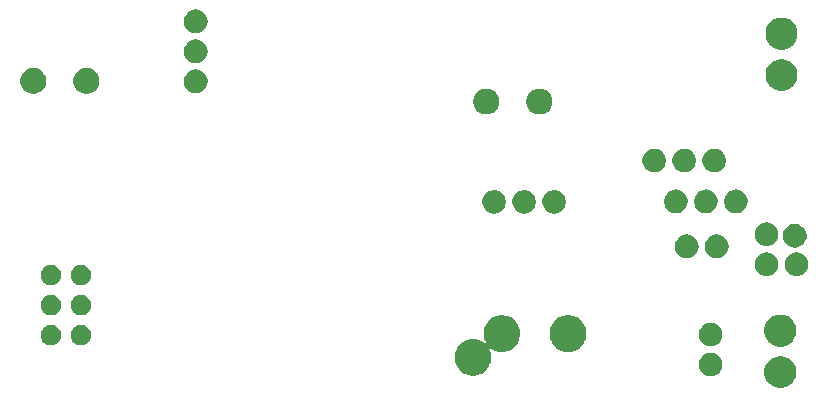
<source format=gbs>
G04 #@! TF.GenerationSoftware,KiCad,Pcbnew,5.1.5-52549c5~86~ubuntu18.04.1*
G04 #@! TF.CreationDate,2020-09-23T21:30:46-07:00*
G04 #@! TF.ProjectId,heat2sound_rx_and_tx_rev02,68656174-3273-46f7-956e-645f72785f61,rev?*
G04 #@! TF.SameCoordinates,Original*
G04 #@! TF.FileFunction,Soldermask,Bot*
G04 #@! TF.FilePolarity,Negative*
%FSLAX46Y46*%
G04 Gerber Fmt 4.6, Leading zero omitted, Abs format (unit mm)*
G04 Created by KiCad (PCBNEW 5.1.5-52549c5~86~ubuntu18.04.1) date 2020-09-23 21:30:46*
%MOMM*%
%LPD*%
G04 APERTURE LIST*
%ADD10C,0.100000*%
G04 APERTURE END LIST*
D10*
G36*
X144893779Y-131851939D02*
G01*
X145139463Y-131953705D01*
X145139465Y-131953706D01*
X145360575Y-132101447D01*
X145548613Y-132289485D01*
X145643616Y-132431667D01*
X145696355Y-132510597D01*
X145798121Y-132756281D01*
X145850000Y-133017095D01*
X145850000Y-133283025D01*
X145798121Y-133543839D01*
X145696355Y-133789523D01*
X145696354Y-133789525D01*
X145548613Y-134010635D01*
X145360575Y-134198673D01*
X145139465Y-134346414D01*
X145139464Y-134346415D01*
X145139463Y-134346415D01*
X144893779Y-134448181D01*
X144632965Y-134500060D01*
X144367035Y-134500060D01*
X144106221Y-134448181D01*
X143860537Y-134346415D01*
X143860536Y-134346415D01*
X143860535Y-134346414D01*
X143639425Y-134198673D01*
X143451387Y-134010635D01*
X143303646Y-133789525D01*
X143303645Y-133789523D01*
X143201879Y-133543839D01*
X143150000Y-133283025D01*
X143150000Y-133017095D01*
X143201879Y-132756281D01*
X143303645Y-132510597D01*
X143356384Y-132431667D01*
X143451387Y-132289485D01*
X143639425Y-132101447D01*
X143860535Y-131953706D01*
X143860537Y-131953705D01*
X144106221Y-131851939D01*
X144367035Y-131800060D01*
X144632965Y-131800060D01*
X144893779Y-131851939D01*
G37*
G36*
X138795090Y-131549375D02*
G01*
X138891689Y-131568589D01*
X139073678Y-131643971D01*
X139237463Y-131753409D01*
X139376751Y-131892697D01*
X139486189Y-132056482D01*
X139561571Y-132238471D01*
X139580786Y-132335070D01*
X139600000Y-132431667D01*
X139600000Y-132628653D01*
X139596907Y-132644200D01*
X139561571Y-132821849D01*
X139486189Y-133003838D01*
X139376751Y-133167623D01*
X139237463Y-133306911D01*
X139073678Y-133416349D01*
X138891689Y-133491731D01*
X138795090Y-133510945D01*
X138698493Y-133530160D01*
X138501507Y-133530160D01*
X138404910Y-133510945D01*
X138308311Y-133491731D01*
X138126322Y-133416349D01*
X137962537Y-133306911D01*
X137823249Y-133167623D01*
X137713811Y-133003838D01*
X137638429Y-132821849D01*
X137603093Y-132644200D01*
X137600000Y-132628653D01*
X137600000Y-132431667D01*
X137619214Y-132335070D01*
X137638429Y-132238471D01*
X137713811Y-132056482D01*
X137823249Y-131892697D01*
X137962537Y-131753409D01*
X138126322Y-131643971D01*
X138308311Y-131568589D01*
X138404910Y-131549375D01*
X138501507Y-131530160D01*
X138698493Y-131530160D01*
X138795090Y-131549375D01*
G37*
G36*
X121222390Y-128389782D02*
G01*
X121372118Y-128419565D01*
X121454249Y-128453585D01*
X121654199Y-128536407D01*
X121654200Y-128536408D01*
X121908068Y-128706036D01*
X122123964Y-128921932D01*
X122123965Y-128921934D01*
X122293593Y-129175801D01*
X122326879Y-129256161D01*
X122410435Y-129457882D01*
X122422189Y-129516975D01*
X122445008Y-129631691D01*
X122470000Y-129757338D01*
X122470000Y-130062662D01*
X122410435Y-130362118D01*
X122374733Y-130448309D01*
X122293593Y-130644199D01*
X122252275Y-130706036D01*
X122123964Y-130898068D01*
X121908068Y-131113964D01*
X121815523Y-131175800D01*
X121654199Y-131283593D01*
X121488960Y-131352037D01*
X121372118Y-131400435D01*
X121222390Y-131430218D01*
X121072663Y-131460000D01*
X120767337Y-131460000D01*
X120617610Y-131430218D01*
X120467882Y-131400435D01*
X120351040Y-131352037D01*
X120185801Y-131283593D01*
X120024477Y-131175800D01*
X119931932Y-131113964D01*
X119900145Y-131082177D01*
X119892574Y-131075964D01*
X119883930Y-131071344D01*
X119874550Y-131068499D01*
X119864796Y-131067538D01*
X119855042Y-131068499D01*
X119845662Y-131071344D01*
X119837018Y-131075964D01*
X119829441Y-131082182D01*
X119823223Y-131089759D01*
X119818603Y-131098403D01*
X119815758Y-131107783D01*
X119814797Y-131117537D01*
X119815758Y-131127291D01*
X119818603Y-131136671D01*
X119823223Y-131145315D01*
X119843593Y-131175801D01*
X119888241Y-131283592D01*
X119936640Y-131400435D01*
X119960435Y-131457883D01*
X120020000Y-131757337D01*
X120020000Y-132062663D01*
X120012285Y-132101447D01*
X119960435Y-132362118D01*
X119931626Y-132431669D01*
X119843593Y-132644199D01*
X119843592Y-132644200D01*
X119673964Y-132898068D01*
X119458068Y-133113964D01*
X119377764Y-133167621D01*
X119204199Y-133283593D01*
X119038960Y-133352037D01*
X118922118Y-133400435D01*
X118842112Y-133416349D01*
X118622663Y-133460000D01*
X118317337Y-133460000D01*
X118097888Y-133416349D01*
X118017882Y-133400435D01*
X117901040Y-133352037D01*
X117735801Y-133283593D01*
X117562236Y-133167621D01*
X117481932Y-133113964D01*
X117266036Y-132898068D01*
X117096408Y-132644200D01*
X117096407Y-132644199D01*
X117008374Y-132431669D01*
X116979565Y-132362118D01*
X116927715Y-132101447D01*
X116920000Y-132062663D01*
X116920000Y-131757337D01*
X116979565Y-131457883D01*
X117003361Y-131400435D01*
X117051759Y-131283592D01*
X117096407Y-131175801D01*
X117246125Y-130951731D01*
X117266036Y-130921932D01*
X117481932Y-130706036D01*
X117656352Y-130589493D01*
X117735801Y-130536407D01*
X117948486Y-130448310D01*
X118017882Y-130419565D01*
X118167610Y-130389782D01*
X118317337Y-130360000D01*
X118622663Y-130360000D01*
X118772390Y-130389782D01*
X118922118Y-130419565D01*
X118991514Y-130448310D01*
X119204199Y-130536407D01*
X119283648Y-130589493D01*
X119458068Y-130706036D01*
X119489855Y-130737823D01*
X119497426Y-130744036D01*
X119506070Y-130748656D01*
X119515450Y-130751501D01*
X119525204Y-130752462D01*
X119534958Y-130751501D01*
X119544338Y-130748656D01*
X119552982Y-130744036D01*
X119560559Y-130737818D01*
X119566777Y-130730241D01*
X119571397Y-130721597D01*
X119574242Y-130712217D01*
X119575203Y-130702463D01*
X119574242Y-130692709D01*
X119571397Y-130683329D01*
X119566777Y-130674685D01*
X119546407Y-130644199D01*
X119465267Y-130448309D01*
X119429565Y-130362118D01*
X119370000Y-130062662D01*
X119370000Y-129757338D01*
X119394993Y-129631691D01*
X119417811Y-129516975D01*
X119429565Y-129457882D01*
X119513121Y-129256161D01*
X119546407Y-129175801D01*
X119716035Y-128921934D01*
X119716036Y-128921932D01*
X119931932Y-128706036D01*
X120185800Y-128536408D01*
X120185801Y-128536407D01*
X120385751Y-128453585D01*
X120467882Y-128419565D01*
X120617610Y-128389782D01*
X120767337Y-128360000D01*
X121072663Y-128360000D01*
X121222390Y-128389782D01*
G37*
G36*
X126822390Y-128389782D02*
G01*
X126972118Y-128419565D01*
X127054249Y-128453585D01*
X127254199Y-128536407D01*
X127254200Y-128536408D01*
X127508068Y-128706036D01*
X127723964Y-128921932D01*
X127723965Y-128921934D01*
X127893593Y-129175801D01*
X127926879Y-129256161D01*
X128010435Y-129457882D01*
X128022189Y-129516975D01*
X128045008Y-129631691D01*
X128070000Y-129757338D01*
X128070000Y-130062662D01*
X128010435Y-130362118D01*
X127974733Y-130448309D01*
X127893593Y-130644199D01*
X127852275Y-130706036D01*
X127723964Y-130898068D01*
X127508068Y-131113964D01*
X127415523Y-131175800D01*
X127254199Y-131283593D01*
X127088960Y-131352037D01*
X126972118Y-131400435D01*
X126822390Y-131430218D01*
X126672663Y-131460000D01*
X126367337Y-131460000D01*
X126217610Y-131430218D01*
X126067882Y-131400435D01*
X125951040Y-131352037D01*
X125785801Y-131283593D01*
X125624477Y-131175800D01*
X125531932Y-131113964D01*
X125316036Y-130898068D01*
X125187725Y-130706036D01*
X125146407Y-130644199D01*
X125065267Y-130448309D01*
X125029565Y-130362118D01*
X124970000Y-130062662D01*
X124970000Y-129757338D01*
X124994993Y-129631691D01*
X125017811Y-129516975D01*
X125029565Y-129457882D01*
X125113121Y-129256161D01*
X125146407Y-129175801D01*
X125316035Y-128921934D01*
X125316036Y-128921932D01*
X125531932Y-128706036D01*
X125785800Y-128536408D01*
X125785801Y-128536407D01*
X125985751Y-128453585D01*
X126067882Y-128419565D01*
X126217610Y-128389782D01*
X126367337Y-128360000D01*
X126672663Y-128360000D01*
X126822390Y-128389782D01*
G37*
G36*
X144893779Y-128351819D02*
G01*
X145139463Y-128453585D01*
X145139465Y-128453586D01*
X145360575Y-128601327D01*
X145548613Y-128789365D01*
X145682780Y-128990160D01*
X145696355Y-129010477D01*
X145798121Y-129256161D01*
X145850000Y-129516975D01*
X145850000Y-129782905D01*
X145798121Y-130043719D01*
X145764494Y-130124901D01*
X145696354Y-130289405D01*
X145548613Y-130510515D01*
X145360575Y-130698553D01*
X145139465Y-130846294D01*
X145139464Y-130846295D01*
X145139463Y-130846295D01*
X144893779Y-130948061D01*
X144632965Y-130999940D01*
X144367035Y-130999940D01*
X144106221Y-130948061D01*
X143860537Y-130846295D01*
X143860536Y-130846295D01*
X143860535Y-130846294D01*
X143639425Y-130698553D01*
X143451387Y-130510515D01*
X143303646Y-130289405D01*
X143235506Y-130124901D01*
X143201879Y-130043719D01*
X143150000Y-129782905D01*
X143150000Y-129516975D01*
X143201879Y-129256161D01*
X143303645Y-129010477D01*
X143317220Y-128990160D01*
X143451387Y-128789365D01*
X143639425Y-128601327D01*
X143860535Y-128453586D01*
X143860537Y-128453585D01*
X144106221Y-128351819D01*
X144367035Y-128299940D01*
X144632965Y-128299940D01*
X144893779Y-128351819D01*
G37*
G36*
X138795090Y-129009374D02*
G01*
X138891689Y-129028589D01*
X139073678Y-129103971D01*
X139237463Y-129213409D01*
X139376751Y-129352697D01*
X139486189Y-129516482D01*
X139561571Y-129698471D01*
X139600000Y-129891669D01*
X139600000Y-130088651D01*
X139561571Y-130281849D01*
X139486189Y-130463838D01*
X139376751Y-130627623D01*
X139237463Y-130766911D01*
X139073678Y-130876349D01*
X138891689Y-130951731D01*
X138795090Y-130970945D01*
X138698493Y-130990160D01*
X138501507Y-130990160D01*
X138404910Y-130970945D01*
X138308311Y-130951731D01*
X138126322Y-130876349D01*
X137962537Y-130766911D01*
X137823249Y-130627623D01*
X137713811Y-130463838D01*
X137638429Y-130281849D01*
X137600000Y-130088651D01*
X137600000Y-129891669D01*
X137638429Y-129698471D01*
X137713811Y-129516482D01*
X137823249Y-129352697D01*
X137962537Y-129213409D01*
X138126322Y-129103971D01*
X138308311Y-129028589D01*
X138404910Y-129009374D01*
X138501507Y-128990160D01*
X138698493Y-128990160D01*
X138795090Y-129009374D01*
G37*
G36*
X82981434Y-129211125D02*
G01*
X82981437Y-129211126D01*
X82981436Y-129211126D01*
X83138310Y-129276105D01*
X83232645Y-129339138D01*
X83279492Y-129370440D01*
X83399560Y-129490508D01*
X83417246Y-129516977D01*
X83493895Y-129631690D01*
X83493895Y-129631691D01*
X83558875Y-129788566D01*
X83592000Y-129955099D01*
X83592000Y-130124901D01*
X83558875Y-130291434D01*
X83558874Y-130291436D01*
X83493895Y-130448310D01*
X83435030Y-130536407D01*
X83399560Y-130589492D01*
X83279492Y-130709560D01*
X83237201Y-130737818D01*
X83138310Y-130803895D01*
X83035949Y-130846294D01*
X82981434Y-130868875D01*
X82814901Y-130902000D01*
X82645099Y-130902000D01*
X82478566Y-130868875D01*
X82424051Y-130846294D01*
X82321690Y-130803895D01*
X82222799Y-130737818D01*
X82180508Y-130709560D01*
X82060440Y-130589492D01*
X82024970Y-130536407D01*
X81966105Y-130448310D01*
X81901126Y-130291436D01*
X81901125Y-130291434D01*
X81868000Y-130124901D01*
X81868000Y-129955099D01*
X81901125Y-129788566D01*
X81966105Y-129631691D01*
X81966105Y-129631690D01*
X82042754Y-129516977D01*
X82060440Y-129490508D01*
X82180508Y-129370440D01*
X82227355Y-129339138D01*
X82321690Y-129276105D01*
X82478564Y-129211126D01*
X82478563Y-129211126D01*
X82478566Y-129211125D01*
X82645099Y-129178000D01*
X82814901Y-129178000D01*
X82981434Y-129211125D01*
G37*
G36*
X85521434Y-129211125D02*
G01*
X85521437Y-129211126D01*
X85521436Y-129211126D01*
X85678310Y-129276105D01*
X85772645Y-129339138D01*
X85819492Y-129370440D01*
X85939560Y-129490508D01*
X85957246Y-129516977D01*
X86033895Y-129631690D01*
X86033895Y-129631691D01*
X86098875Y-129788566D01*
X86132000Y-129955099D01*
X86132000Y-130124901D01*
X86098875Y-130291434D01*
X86098874Y-130291436D01*
X86033895Y-130448310D01*
X85975030Y-130536407D01*
X85939560Y-130589492D01*
X85819492Y-130709560D01*
X85777201Y-130737818D01*
X85678310Y-130803895D01*
X85575949Y-130846294D01*
X85521434Y-130868875D01*
X85354901Y-130902000D01*
X85185099Y-130902000D01*
X85018566Y-130868875D01*
X84964051Y-130846294D01*
X84861690Y-130803895D01*
X84762799Y-130737818D01*
X84720508Y-130709560D01*
X84600440Y-130589492D01*
X84564970Y-130536407D01*
X84506105Y-130448310D01*
X84441126Y-130291436D01*
X84441125Y-130291434D01*
X84408000Y-130124901D01*
X84408000Y-129955099D01*
X84441125Y-129788566D01*
X84506105Y-129631691D01*
X84506105Y-129631690D01*
X84582754Y-129516977D01*
X84600440Y-129490508D01*
X84720508Y-129370440D01*
X84767355Y-129339138D01*
X84861690Y-129276105D01*
X85018564Y-129211126D01*
X85018563Y-129211126D01*
X85018566Y-129211125D01*
X85185099Y-129178000D01*
X85354901Y-129178000D01*
X85521434Y-129211125D01*
G37*
G36*
X82981434Y-126671125D02*
G01*
X82981437Y-126671126D01*
X82981436Y-126671126D01*
X83138310Y-126736105D01*
X83279493Y-126830441D01*
X83399559Y-126950507D01*
X83493895Y-127091690D01*
X83493895Y-127091691D01*
X83558875Y-127248566D01*
X83592000Y-127415099D01*
X83592000Y-127584901D01*
X83558875Y-127751434D01*
X83558874Y-127751436D01*
X83493895Y-127908310D01*
X83399559Y-128049493D01*
X83279493Y-128169559D01*
X83138310Y-128263895D01*
X83051289Y-128299940D01*
X82981434Y-128328875D01*
X82814901Y-128362000D01*
X82645099Y-128362000D01*
X82478566Y-128328875D01*
X82408711Y-128299940D01*
X82321690Y-128263895D01*
X82180507Y-128169559D01*
X82060441Y-128049493D01*
X81966105Y-127908310D01*
X81901126Y-127751436D01*
X81901125Y-127751434D01*
X81868000Y-127584901D01*
X81868000Y-127415099D01*
X81901125Y-127248566D01*
X81966105Y-127091691D01*
X81966105Y-127091690D01*
X82060441Y-126950507D01*
X82180507Y-126830441D01*
X82321690Y-126736105D01*
X82478564Y-126671126D01*
X82478563Y-126671126D01*
X82478566Y-126671125D01*
X82645099Y-126638000D01*
X82814901Y-126638000D01*
X82981434Y-126671125D01*
G37*
G36*
X85521434Y-126671125D02*
G01*
X85521437Y-126671126D01*
X85521436Y-126671126D01*
X85678310Y-126736105D01*
X85819493Y-126830441D01*
X85939559Y-126950507D01*
X86033895Y-127091690D01*
X86033895Y-127091691D01*
X86098875Y-127248566D01*
X86132000Y-127415099D01*
X86132000Y-127584901D01*
X86098875Y-127751434D01*
X86098874Y-127751436D01*
X86033895Y-127908310D01*
X85939559Y-128049493D01*
X85819493Y-128169559D01*
X85678310Y-128263895D01*
X85591289Y-128299940D01*
X85521434Y-128328875D01*
X85354901Y-128362000D01*
X85185099Y-128362000D01*
X85018566Y-128328875D01*
X84948711Y-128299940D01*
X84861690Y-128263895D01*
X84720507Y-128169559D01*
X84600441Y-128049493D01*
X84506105Y-127908310D01*
X84441126Y-127751436D01*
X84441125Y-127751434D01*
X84408000Y-127584901D01*
X84408000Y-127415099D01*
X84441125Y-127248566D01*
X84506105Y-127091691D01*
X84506105Y-127091690D01*
X84600441Y-126950507D01*
X84720507Y-126830441D01*
X84861690Y-126736105D01*
X85018564Y-126671126D01*
X85018563Y-126671126D01*
X85018566Y-126671125D01*
X85185099Y-126638000D01*
X85354901Y-126638000D01*
X85521434Y-126671125D01*
G37*
G36*
X82981434Y-124131125D02*
G01*
X82981437Y-124131126D01*
X82981436Y-124131126D01*
X83138310Y-124196105D01*
X83279493Y-124290441D01*
X83399559Y-124410507D01*
X83493895Y-124551690D01*
X83493895Y-124551691D01*
X83558875Y-124708566D01*
X83592000Y-124875099D01*
X83592000Y-125044901D01*
X83558875Y-125211434D01*
X83558874Y-125211436D01*
X83493895Y-125368310D01*
X83399559Y-125509493D01*
X83279493Y-125629559D01*
X83138310Y-125723895D01*
X83027383Y-125769842D01*
X82981434Y-125788875D01*
X82814901Y-125822000D01*
X82645099Y-125822000D01*
X82478566Y-125788875D01*
X82432617Y-125769842D01*
X82321690Y-125723895D01*
X82180507Y-125629559D01*
X82060441Y-125509493D01*
X81966105Y-125368310D01*
X81901126Y-125211436D01*
X81901125Y-125211434D01*
X81868000Y-125044901D01*
X81868000Y-124875099D01*
X81901125Y-124708566D01*
X81966105Y-124551691D01*
X81966105Y-124551690D01*
X82060441Y-124410507D01*
X82180507Y-124290441D01*
X82321690Y-124196105D01*
X82478564Y-124131126D01*
X82478563Y-124131126D01*
X82478566Y-124131125D01*
X82645099Y-124098000D01*
X82814901Y-124098000D01*
X82981434Y-124131125D01*
G37*
G36*
X85521434Y-124131125D02*
G01*
X85521437Y-124131126D01*
X85521436Y-124131126D01*
X85678310Y-124196105D01*
X85819493Y-124290441D01*
X85939559Y-124410507D01*
X86033895Y-124551690D01*
X86033895Y-124551691D01*
X86098875Y-124708566D01*
X86132000Y-124875099D01*
X86132000Y-125044901D01*
X86098875Y-125211434D01*
X86098874Y-125211436D01*
X86033895Y-125368310D01*
X85939559Y-125509493D01*
X85819493Y-125629559D01*
X85678310Y-125723895D01*
X85567383Y-125769842D01*
X85521434Y-125788875D01*
X85354901Y-125822000D01*
X85185099Y-125822000D01*
X85018566Y-125788875D01*
X84972617Y-125769842D01*
X84861690Y-125723895D01*
X84720507Y-125629559D01*
X84600441Y-125509493D01*
X84506105Y-125368310D01*
X84441126Y-125211436D01*
X84441125Y-125211434D01*
X84408000Y-125044901D01*
X84408000Y-124875099D01*
X84441125Y-124708566D01*
X84506105Y-124551691D01*
X84506105Y-124551690D01*
X84600441Y-124410507D01*
X84720507Y-124290441D01*
X84861690Y-124196105D01*
X85018564Y-124131126D01*
X85018563Y-124131126D01*
X85018566Y-124131125D01*
X85185099Y-124098000D01*
X85354901Y-124098000D01*
X85521434Y-124131125D01*
G37*
G36*
X146065090Y-123039214D02*
G01*
X146161689Y-123058429D01*
X146343678Y-123133811D01*
X146507463Y-123243249D01*
X146646751Y-123382537D01*
X146756189Y-123546322D01*
X146831571Y-123728311D01*
X146870000Y-123921509D01*
X146870000Y-124118491D01*
X146831571Y-124311689D01*
X146756189Y-124493678D01*
X146646751Y-124657463D01*
X146507463Y-124796751D01*
X146343678Y-124906189D01*
X146161689Y-124981571D01*
X146065090Y-125000786D01*
X145968493Y-125020000D01*
X145771507Y-125020000D01*
X145674910Y-125000786D01*
X145578311Y-124981571D01*
X145396322Y-124906189D01*
X145232537Y-124796751D01*
X145093249Y-124657463D01*
X144983811Y-124493678D01*
X144908429Y-124311689D01*
X144870000Y-124118491D01*
X144870000Y-123921509D01*
X144908429Y-123728311D01*
X144983811Y-123546322D01*
X145093249Y-123382537D01*
X145232537Y-123243249D01*
X145396322Y-123133811D01*
X145578311Y-123058429D01*
X145674910Y-123039214D01*
X145771507Y-123020000D01*
X145968493Y-123020000D01*
X146065090Y-123039214D01*
G37*
G36*
X143525090Y-123039214D02*
G01*
X143621689Y-123058429D01*
X143803678Y-123133811D01*
X143967463Y-123243249D01*
X144106751Y-123382537D01*
X144216189Y-123546322D01*
X144291571Y-123728311D01*
X144330000Y-123921509D01*
X144330000Y-124118491D01*
X144291571Y-124311689D01*
X144216189Y-124493678D01*
X144106751Y-124657463D01*
X143967463Y-124796751D01*
X143803678Y-124906189D01*
X143621689Y-124981571D01*
X143525090Y-125000786D01*
X143428493Y-125020000D01*
X143231507Y-125020000D01*
X143134910Y-125000786D01*
X143038311Y-124981571D01*
X142856322Y-124906189D01*
X142692537Y-124796751D01*
X142553249Y-124657463D01*
X142443811Y-124493678D01*
X142368429Y-124311689D01*
X142330000Y-124118491D01*
X142330000Y-123921509D01*
X142368429Y-123728311D01*
X142443811Y-123546322D01*
X142553249Y-123382537D01*
X142692537Y-123243249D01*
X142856322Y-123133811D01*
X143038311Y-123058429D01*
X143134910Y-123039214D01*
X143231507Y-123020000D01*
X143428493Y-123020000D01*
X143525090Y-123039214D01*
G37*
G36*
X136764930Y-121519215D02*
G01*
X136861529Y-121538429D01*
X137043518Y-121613811D01*
X137207303Y-121723249D01*
X137346591Y-121862537D01*
X137456029Y-122026322D01*
X137531411Y-122208311D01*
X137550625Y-122304910D01*
X137569491Y-122399751D01*
X137569840Y-122401509D01*
X137569840Y-122598491D01*
X137531411Y-122791689D01*
X137456029Y-122973678D01*
X137346591Y-123137463D01*
X137207303Y-123276751D01*
X137043518Y-123386189D01*
X136861529Y-123461571D01*
X136764930Y-123480786D01*
X136668333Y-123500000D01*
X136471347Y-123500000D01*
X136374750Y-123480786D01*
X136278151Y-123461571D01*
X136096162Y-123386189D01*
X135932377Y-123276751D01*
X135793089Y-123137463D01*
X135683651Y-122973678D01*
X135608269Y-122791689D01*
X135569840Y-122598491D01*
X135569840Y-122401509D01*
X135570190Y-122399751D01*
X135589055Y-122304910D01*
X135608269Y-122208311D01*
X135683651Y-122026322D01*
X135793089Y-121862537D01*
X135932377Y-121723249D01*
X136096162Y-121613811D01*
X136278151Y-121538429D01*
X136374750Y-121519215D01*
X136471347Y-121500000D01*
X136668333Y-121500000D01*
X136764930Y-121519215D01*
G37*
G36*
X139304930Y-121519215D02*
G01*
X139401529Y-121538429D01*
X139583518Y-121613811D01*
X139747303Y-121723249D01*
X139886591Y-121862537D01*
X139996029Y-122026322D01*
X140071411Y-122208311D01*
X140090625Y-122304910D01*
X140109491Y-122399751D01*
X140109840Y-122401509D01*
X140109840Y-122598491D01*
X140071411Y-122791689D01*
X139996029Y-122973678D01*
X139886591Y-123137463D01*
X139747303Y-123276751D01*
X139583518Y-123386189D01*
X139401529Y-123461571D01*
X139304930Y-123480786D01*
X139208333Y-123500000D01*
X139011347Y-123500000D01*
X138914750Y-123480786D01*
X138818151Y-123461571D01*
X138636162Y-123386189D01*
X138472377Y-123276751D01*
X138333089Y-123137463D01*
X138223651Y-122973678D01*
X138148269Y-122791689D01*
X138109840Y-122598491D01*
X138109840Y-122401509D01*
X138110190Y-122399751D01*
X138129055Y-122304910D01*
X138148269Y-122208311D01*
X138223651Y-122026322D01*
X138333089Y-121862537D01*
X138472377Y-121723249D01*
X138636162Y-121613811D01*
X138818151Y-121538429D01*
X138914750Y-121519215D01*
X139011347Y-121500000D01*
X139208333Y-121500000D01*
X139304930Y-121519215D01*
G37*
G36*
X145922090Y-120642215D02*
G01*
X146018689Y-120661429D01*
X146200678Y-120736811D01*
X146364463Y-120846249D01*
X146503751Y-120985537D01*
X146613189Y-121149322D01*
X146688571Y-121331311D01*
X146688571Y-121331313D01*
X146727000Y-121524507D01*
X146727000Y-121721493D01*
X146717016Y-121771687D01*
X146688571Y-121914689D01*
X146613189Y-122096678D01*
X146503751Y-122260463D01*
X146364463Y-122399751D01*
X146200678Y-122509189D01*
X146018689Y-122584571D01*
X145922090Y-122603785D01*
X145825493Y-122623000D01*
X145628507Y-122623000D01*
X145531910Y-122603785D01*
X145435311Y-122584571D01*
X145253322Y-122509189D01*
X145089537Y-122399751D01*
X144950249Y-122260463D01*
X144840811Y-122096678D01*
X144765429Y-121914689D01*
X144736984Y-121771687D01*
X144727000Y-121721493D01*
X144727000Y-121524507D01*
X144765429Y-121331313D01*
X144765429Y-121331311D01*
X144840811Y-121149322D01*
X144950249Y-120985537D01*
X145089537Y-120846249D01*
X145253322Y-120736811D01*
X145435311Y-120661429D01*
X145531910Y-120642215D01*
X145628507Y-120623000D01*
X145825493Y-120623000D01*
X145922090Y-120642215D01*
G37*
G36*
X143525090Y-120499214D02*
G01*
X143621689Y-120518429D01*
X143803678Y-120593811D01*
X143967463Y-120703249D01*
X144106751Y-120842537D01*
X144216189Y-121006322D01*
X144291571Y-121188311D01*
X144330000Y-121381509D01*
X144330000Y-121578491D01*
X144291571Y-121771689D01*
X144216189Y-121953678D01*
X144106751Y-122117463D01*
X143967463Y-122256751D01*
X143803678Y-122366189D01*
X143621689Y-122441571D01*
X143525090Y-122460786D01*
X143428493Y-122480000D01*
X143231507Y-122480000D01*
X143134910Y-122460786D01*
X143038311Y-122441571D01*
X142856322Y-122366189D01*
X142692537Y-122256751D01*
X142553249Y-122117463D01*
X142443811Y-121953678D01*
X142368429Y-121771689D01*
X142330000Y-121578491D01*
X142330000Y-121381509D01*
X142368429Y-121188311D01*
X142443811Y-121006322D01*
X142553249Y-120842537D01*
X142692537Y-120703249D01*
X142856322Y-120593811D01*
X143038311Y-120518429D01*
X143134910Y-120499214D01*
X143231507Y-120480000D01*
X143428493Y-120480000D01*
X143525090Y-120499214D01*
G37*
G36*
X120455090Y-117769215D02*
G01*
X120551689Y-117788429D01*
X120733678Y-117863811D01*
X120897463Y-117973249D01*
X121036751Y-118112537D01*
X121146189Y-118276322D01*
X121221571Y-118458311D01*
X121260000Y-118651509D01*
X121260000Y-118848491D01*
X121221571Y-119041689D01*
X121146189Y-119223678D01*
X121036751Y-119387463D01*
X120897463Y-119526751D01*
X120733678Y-119636189D01*
X120551689Y-119711571D01*
X120455090Y-119730785D01*
X120358493Y-119750000D01*
X120161507Y-119750000D01*
X120064910Y-119730785D01*
X119968311Y-119711571D01*
X119786322Y-119636189D01*
X119622537Y-119526751D01*
X119483249Y-119387463D01*
X119373811Y-119223678D01*
X119298429Y-119041689D01*
X119260000Y-118848491D01*
X119260000Y-118651509D01*
X119298429Y-118458311D01*
X119373811Y-118276322D01*
X119483249Y-118112537D01*
X119622537Y-117973249D01*
X119786322Y-117863811D01*
X119968311Y-117788429D01*
X120064910Y-117769215D01*
X120161507Y-117750000D01*
X120358493Y-117750000D01*
X120455090Y-117769215D01*
G37*
G36*
X125535090Y-117769215D02*
G01*
X125631689Y-117788429D01*
X125813678Y-117863811D01*
X125977463Y-117973249D01*
X126116751Y-118112537D01*
X126226189Y-118276322D01*
X126301571Y-118458311D01*
X126340000Y-118651509D01*
X126340000Y-118848491D01*
X126301571Y-119041689D01*
X126226189Y-119223678D01*
X126116751Y-119387463D01*
X125977463Y-119526751D01*
X125813678Y-119636189D01*
X125631689Y-119711571D01*
X125535090Y-119730785D01*
X125438493Y-119750000D01*
X125241507Y-119750000D01*
X125144910Y-119730785D01*
X125048311Y-119711571D01*
X124866322Y-119636189D01*
X124702537Y-119526751D01*
X124563249Y-119387463D01*
X124453811Y-119223678D01*
X124378429Y-119041689D01*
X124340000Y-118848491D01*
X124340000Y-118651509D01*
X124378429Y-118458311D01*
X124453811Y-118276322D01*
X124563249Y-118112537D01*
X124702537Y-117973249D01*
X124866322Y-117863811D01*
X125048311Y-117788429D01*
X125144910Y-117769215D01*
X125241507Y-117750000D01*
X125438493Y-117750000D01*
X125535090Y-117769215D01*
G37*
G36*
X122995090Y-117769215D02*
G01*
X123091689Y-117788429D01*
X123273678Y-117863811D01*
X123437463Y-117973249D01*
X123576751Y-118112537D01*
X123686189Y-118276322D01*
X123761571Y-118458311D01*
X123800000Y-118651509D01*
X123800000Y-118848491D01*
X123761571Y-119041689D01*
X123686189Y-119223678D01*
X123576751Y-119387463D01*
X123437463Y-119526751D01*
X123273678Y-119636189D01*
X123091689Y-119711571D01*
X122995090Y-119730785D01*
X122898493Y-119750000D01*
X122701507Y-119750000D01*
X122604910Y-119730785D01*
X122508311Y-119711571D01*
X122326322Y-119636189D01*
X122162537Y-119526751D01*
X122023249Y-119387463D01*
X121913811Y-119223678D01*
X121838429Y-119041689D01*
X121800000Y-118848491D01*
X121800000Y-118651509D01*
X121838429Y-118458311D01*
X121913811Y-118276322D01*
X122023249Y-118112537D01*
X122162537Y-117973249D01*
X122326322Y-117863811D01*
X122508311Y-117788429D01*
X122604910Y-117769215D01*
X122701507Y-117750000D01*
X122898493Y-117750000D01*
X122995090Y-117769215D01*
G37*
G36*
X135855090Y-117719215D02*
G01*
X135951689Y-117738429D01*
X136133678Y-117813811D01*
X136297463Y-117923249D01*
X136436751Y-118062537D01*
X136546189Y-118226322D01*
X136621571Y-118408311D01*
X136660000Y-118601509D01*
X136660000Y-118798491D01*
X136621571Y-118991689D01*
X136546189Y-119173678D01*
X136436751Y-119337463D01*
X136297463Y-119476751D01*
X136133678Y-119586189D01*
X135951689Y-119661571D01*
X135855090Y-119680785D01*
X135758493Y-119700000D01*
X135561507Y-119700000D01*
X135464910Y-119680785D01*
X135368311Y-119661571D01*
X135186322Y-119586189D01*
X135022537Y-119476751D01*
X134883249Y-119337463D01*
X134773811Y-119173678D01*
X134698429Y-118991689D01*
X134660000Y-118798491D01*
X134660000Y-118601509D01*
X134698429Y-118408311D01*
X134773811Y-118226322D01*
X134883249Y-118062537D01*
X135022537Y-117923249D01*
X135186322Y-117813811D01*
X135368311Y-117738429D01*
X135464910Y-117719215D01*
X135561507Y-117700000D01*
X135758493Y-117700000D01*
X135855090Y-117719215D01*
G37*
G36*
X138395090Y-117719215D02*
G01*
X138491689Y-117738429D01*
X138673678Y-117813811D01*
X138837463Y-117923249D01*
X138976751Y-118062537D01*
X139086189Y-118226322D01*
X139161571Y-118408311D01*
X139200000Y-118601509D01*
X139200000Y-118798491D01*
X139161571Y-118991689D01*
X139086189Y-119173678D01*
X138976751Y-119337463D01*
X138837463Y-119476751D01*
X138673678Y-119586189D01*
X138491689Y-119661571D01*
X138395090Y-119680785D01*
X138298493Y-119700000D01*
X138101507Y-119700000D01*
X138004910Y-119680785D01*
X137908311Y-119661571D01*
X137726322Y-119586189D01*
X137562537Y-119476751D01*
X137423249Y-119337463D01*
X137313811Y-119173678D01*
X137238429Y-118991689D01*
X137200000Y-118798491D01*
X137200000Y-118601509D01*
X137238429Y-118408311D01*
X137313811Y-118226322D01*
X137423249Y-118062537D01*
X137562537Y-117923249D01*
X137726322Y-117813811D01*
X137908311Y-117738429D01*
X138004910Y-117719215D01*
X138101507Y-117700000D01*
X138298493Y-117700000D01*
X138395090Y-117719215D01*
G37*
G36*
X140935090Y-117719215D02*
G01*
X141031689Y-117738429D01*
X141213678Y-117813811D01*
X141377463Y-117923249D01*
X141516751Y-118062537D01*
X141626189Y-118226322D01*
X141701571Y-118408311D01*
X141740000Y-118601509D01*
X141740000Y-118798491D01*
X141701571Y-118991689D01*
X141626189Y-119173678D01*
X141516751Y-119337463D01*
X141377463Y-119476751D01*
X141213678Y-119586189D01*
X141031689Y-119661571D01*
X140935090Y-119680785D01*
X140838493Y-119700000D01*
X140641507Y-119700000D01*
X140544910Y-119680785D01*
X140448311Y-119661571D01*
X140266322Y-119586189D01*
X140102537Y-119476751D01*
X139963249Y-119337463D01*
X139853811Y-119173678D01*
X139778429Y-118991689D01*
X139740000Y-118798491D01*
X139740000Y-118601509D01*
X139778429Y-118408311D01*
X139853811Y-118226322D01*
X139963249Y-118062537D01*
X140102537Y-117923249D01*
X140266322Y-117813811D01*
X140448311Y-117738429D01*
X140544910Y-117719215D01*
X140641507Y-117700000D01*
X140838493Y-117700000D01*
X140935090Y-117719215D01*
G37*
G36*
X139085090Y-114269214D02*
G01*
X139181689Y-114288429D01*
X139363678Y-114363811D01*
X139527463Y-114473249D01*
X139666751Y-114612537D01*
X139776189Y-114776322D01*
X139851571Y-114958311D01*
X139890000Y-115151509D01*
X139890000Y-115348491D01*
X139851571Y-115541689D01*
X139776189Y-115723678D01*
X139666751Y-115887463D01*
X139527463Y-116026751D01*
X139363678Y-116136189D01*
X139181689Y-116211571D01*
X139085090Y-116230785D01*
X138988493Y-116250000D01*
X138791507Y-116250000D01*
X138694910Y-116230785D01*
X138598311Y-116211571D01*
X138416322Y-116136189D01*
X138252537Y-116026751D01*
X138113249Y-115887463D01*
X138003811Y-115723678D01*
X137928429Y-115541689D01*
X137890000Y-115348491D01*
X137890000Y-115151509D01*
X137928429Y-114958311D01*
X138003811Y-114776322D01*
X138113249Y-114612537D01*
X138252537Y-114473249D01*
X138416322Y-114363811D01*
X138598311Y-114288429D01*
X138694910Y-114269214D01*
X138791507Y-114250000D01*
X138988493Y-114250000D01*
X139085090Y-114269214D01*
G37*
G36*
X136545090Y-114269214D02*
G01*
X136641689Y-114288429D01*
X136823678Y-114363811D01*
X136987463Y-114473249D01*
X137126751Y-114612537D01*
X137236189Y-114776322D01*
X137311571Y-114958311D01*
X137350000Y-115151509D01*
X137350000Y-115348491D01*
X137311571Y-115541689D01*
X137236189Y-115723678D01*
X137126751Y-115887463D01*
X136987463Y-116026751D01*
X136823678Y-116136189D01*
X136641689Y-116211571D01*
X136545090Y-116230785D01*
X136448493Y-116250000D01*
X136251507Y-116250000D01*
X136154910Y-116230785D01*
X136058311Y-116211571D01*
X135876322Y-116136189D01*
X135712537Y-116026751D01*
X135573249Y-115887463D01*
X135463811Y-115723678D01*
X135388429Y-115541689D01*
X135350000Y-115348491D01*
X135350000Y-115151509D01*
X135388429Y-114958311D01*
X135463811Y-114776322D01*
X135573249Y-114612537D01*
X135712537Y-114473249D01*
X135876322Y-114363811D01*
X136058311Y-114288429D01*
X136154910Y-114269214D01*
X136251507Y-114250000D01*
X136448493Y-114250000D01*
X136545090Y-114269214D01*
G37*
G36*
X134005090Y-114269214D02*
G01*
X134101689Y-114288429D01*
X134283678Y-114363811D01*
X134447463Y-114473249D01*
X134586751Y-114612537D01*
X134696189Y-114776322D01*
X134771571Y-114958311D01*
X134810000Y-115151509D01*
X134810000Y-115348491D01*
X134771571Y-115541689D01*
X134696189Y-115723678D01*
X134586751Y-115887463D01*
X134447463Y-116026751D01*
X134283678Y-116136189D01*
X134101689Y-116211571D01*
X134005090Y-116230785D01*
X133908493Y-116250000D01*
X133711507Y-116250000D01*
X133614910Y-116230785D01*
X133518311Y-116211571D01*
X133336322Y-116136189D01*
X133172537Y-116026751D01*
X133033249Y-115887463D01*
X132923811Y-115723678D01*
X132848429Y-115541689D01*
X132810000Y-115348491D01*
X132810000Y-115151509D01*
X132848429Y-114958311D01*
X132923811Y-114776322D01*
X133033249Y-114612537D01*
X133172537Y-114473249D01*
X133336322Y-114363811D01*
X133518311Y-114288429D01*
X133614910Y-114269214D01*
X133711507Y-114250000D01*
X133908493Y-114250000D01*
X134005090Y-114269214D01*
G37*
G36*
X119920588Y-109192762D02*
G01*
X120120682Y-109275644D01*
X120120684Y-109275645D01*
X120300764Y-109395970D01*
X120453910Y-109549116D01*
X120574235Y-109729196D01*
X120574236Y-109729198D01*
X120657118Y-109929292D01*
X120699370Y-110141708D01*
X120699370Y-110358292D01*
X120657118Y-110570708D01*
X120574236Y-110770802D01*
X120574235Y-110770804D01*
X120453910Y-110950884D01*
X120300764Y-111104030D01*
X120120684Y-111224355D01*
X120120683Y-111224356D01*
X120120682Y-111224356D01*
X119920588Y-111307238D01*
X119708172Y-111349490D01*
X119491588Y-111349490D01*
X119279172Y-111307238D01*
X119079078Y-111224356D01*
X119079077Y-111224356D01*
X119079076Y-111224355D01*
X118898996Y-111104030D01*
X118745850Y-110950884D01*
X118625525Y-110770804D01*
X118625524Y-110770802D01*
X118542642Y-110570708D01*
X118500390Y-110358292D01*
X118500390Y-110141708D01*
X118542642Y-109929292D01*
X118625524Y-109729198D01*
X118625525Y-109729196D01*
X118745850Y-109549116D01*
X118898996Y-109395970D01*
X119079076Y-109275645D01*
X119079078Y-109275644D01*
X119279172Y-109192762D01*
X119491588Y-109150510D01*
X119708172Y-109150510D01*
X119920588Y-109192762D01*
G37*
G36*
X124421468Y-109192762D02*
G01*
X124621562Y-109275644D01*
X124621564Y-109275645D01*
X124801644Y-109395970D01*
X124954790Y-109549116D01*
X125075115Y-109729196D01*
X125075116Y-109729198D01*
X125157998Y-109929292D01*
X125200250Y-110141708D01*
X125200250Y-110358292D01*
X125157998Y-110570708D01*
X125075116Y-110770802D01*
X125075115Y-110770804D01*
X124954790Y-110950884D01*
X124801644Y-111104030D01*
X124621564Y-111224355D01*
X124621563Y-111224356D01*
X124621562Y-111224356D01*
X124421468Y-111307238D01*
X124209052Y-111349490D01*
X123992468Y-111349490D01*
X123780052Y-111307238D01*
X123579958Y-111224356D01*
X123579957Y-111224356D01*
X123579956Y-111224355D01*
X123399876Y-111104030D01*
X123246730Y-110950884D01*
X123126405Y-110770804D01*
X123126404Y-110770802D01*
X123043522Y-110570708D01*
X123001270Y-110358292D01*
X123001270Y-110141708D01*
X123043522Y-109929292D01*
X123126404Y-109729198D01*
X123126405Y-109729196D01*
X123246730Y-109549116D01*
X123399876Y-109395970D01*
X123579956Y-109275645D01*
X123579958Y-109275644D01*
X123780052Y-109192762D01*
X123992468Y-109150510D01*
X124209052Y-109150510D01*
X124421468Y-109192762D01*
G37*
G36*
X86071468Y-107442762D02*
G01*
X86271562Y-107525644D01*
X86271564Y-107525645D01*
X86451644Y-107645970D01*
X86604790Y-107799116D01*
X86725115Y-107979196D01*
X86725116Y-107979198D01*
X86807998Y-108179292D01*
X86850250Y-108391708D01*
X86850250Y-108608292D01*
X86807998Y-108820708D01*
X86728068Y-109013676D01*
X86725115Y-109020804D01*
X86604790Y-109200884D01*
X86451644Y-109354030D01*
X86271564Y-109474355D01*
X86271563Y-109474356D01*
X86271562Y-109474356D01*
X86071468Y-109557238D01*
X85859052Y-109599490D01*
X85642468Y-109599490D01*
X85430052Y-109557238D01*
X85229958Y-109474356D01*
X85229957Y-109474356D01*
X85229956Y-109474355D01*
X85049876Y-109354030D01*
X84896730Y-109200884D01*
X84776405Y-109020804D01*
X84773452Y-109013676D01*
X84693522Y-108820708D01*
X84651270Y-108608292D01*
X84651270Y-108391708D01*
X84693522Y-108179292D01*
X84776404Y-107979198D01*
X84776405Y-107979196D01*
X84896730Y-107799116D01*
X85049876Y-107645970D01*
X85229956Y-107525645D01*
X85229958Y-107525644D01*
X85430052Y-107442762D01*
X85642468Y-107400510D01*
X85859052Y-107400510D01*
X86071468Y-107442762D01*
G37*
G36*
X81570588Y-107442762D02*
G01*
X81770682Y-107525644D01*
X81770684Y-107525645D01*
X81950764Y-107645970D01*
X82103910Y-107799116D01*
X82224235Y-107979196D01*
X82224236Y-107979198D01*
X82307118Y-108179292D01*
X82349370Y-108391708D01*
X82349370Y-108608292D01*
X82307118Y-108820708D01*
X82227188Y-109013676D01*
X82224235Y-109020804D01*
X82103910Y-109200884D01*
X81950764Y-109354030D01*
X81770684Y-109474355D01*
X81770683Y-109474356D01*
X81770682Y-109474356D01*
X81570588Y-109557238D01*
X81358172Y-109599490D01*
X81141588Y-109599490D01*
X80929172Y-109557238D01*
X80729078Y-109474356D01*
X80729077Y-109474356D01*
X80729076Y-109474355D01*
X80548996Y-109354030D01*
X80395850Y-109200884D01*
X80275525Y-109020804D01*
X80272572Y-109013676D01*
X80192642Y-108820708D01*
X80150390Y-108608292D01*
X80150390Y-108391708D01*
X80192642Y-108179292D01*
X80275524Y-107979198D01*
X80275525Y-107979196D01*
X80395850Y-107799116D01*
X80548996Y-107645970D01*
X80729076Y-107525645D01*
X80729078Y-107525644D01*
X80929172Y-107442762D01*
X81141588Y-107400510D01*
X81358172Y-107400510D01*
X81570588Y-107442762D01*
G37*
G36*
X95195090Y-107559215D02*
G01*
X95291689Y-107578429D01*
X95473678Y-107653811D01*
X95637463Y-107763249D01*
X95776751Y-107902537D01*
X95886189Y-108066322D01*
X95961571Y-108248311D01*
X95961571Y-108248313D01*
X96000000Y-108441507D01*
X96000000Y-108638493D01*
X95980786Y-108735090D01*
X95961571Y-108831689D01*
X95886189Y-109013678D01*
X95776751Y-109177463D01*
X95637463Y-109316751D01*
X95473678Y-109426189D01*
X95291689Y-109501571D01*
X95195090Y-109520786D01*
X95098493Y-109540000D01*
X94901507Y-109540000D01*
X94804910Y-109520786D01*
X94708311Y-109501571D01*
X94526322Y-109426189D01*
X94362537Y-109316751D01*
X94223249Y-109177463D01*
X94113811Y-109013678D01*
X94038429Y-108831689D01*
X94019214Y-108735090D01*
X94000000Y-108638493D01*
X94000000Y-108441507D01*
X94038429Y-108248313D01*
X94038429Y-108248311D01*
X94113811Y-108066322D01*
X94223249Y-107902537D01*
X94362537Y-107763249D01*
X94526322Y-107653811D01*
X94708311Y-107578429D01*
X94804910Y-107559215D01*
X94901507Y-107540000D01*
X95098493Y-107540000D01*
X95195090Y-107559215D01*
G37*
G36*
X144993779Y-106701939D02*
G01*
X145239463Y-106803705D01*
X145239465Y-106803706D01*
X145460575Y-106951447D01*
X145648613Y-107139485D01*
X145648614Y-107139487D01*
X145796355Y-107360597D01*
X145898121Y-107606281D01*
X145950000Y-107867095D01*
X145950000Y-108133025D01*
X145898121Y-108393839D01*
X145796355Y-108639523D01*
X145796354Y-108639525D01*
X145648613Y-108860635D01*
X145460575Y-109048673D01*
X145239465Y-109196414D01*
X145239464Y-109196415D01*
X145239463Y-109196415D01*
X144993779Y-109298181D01*
X144732965Y-109350060D01*
X144467035Y-109350060D01*
X144206221Y-109298181D01*
X143960537Y-109196415D01*
X143960536Y-109196415D01*
X143960535Y-109196414D01*
X143739425Y-109048673D01*
X143551387Y-108860635D01*
X143403646Y-108639525D01*
X143403645Y-108639523D01*
X143301879Y-108393839D01*
X143250000Y-108133025D01*
X143250000Y-107867095D01*
X143301879Y-107606281D01*
X143403645Y-107360597D01*
X143551386Y-107139487D01*
X143551387Y-107139485D01*
X143739425Y-106951447D01*
X143960535Y-106803706D01*
X143960537Y-106803705D01*
X144206221Y-106701939D01*
X144467035Y-106650060D01*
X144732965Y-106650060D01*
X144993779Y-106701939D01*
G37*
G36*
X95195090Y-105019214D02*
G01*
X95291689Y-105038429D01*
X95473678Y-105113811D01*
X95637463Y-105223249D01*
X95776751Y-105362537D01*
X95886189Y-105526322D01*
X95961571Y-105708311D01*
X95961571Y-105708313D01*
X95989743Y-105849940D01*
X96000000Y-105901509D01*
X96000000Y-106098491D01*
X95961571Y-106291689D01*
X95886189Y-106473678D01*
X95776751Y-106637463D01*
X95637463Y-106776751D01*
X95473678Y-106886189D01*
X95291689Y-106961571D01*
X95195090Y-106980785D01*
X95098493Y-107000000D01*
X94901507Y-107000000D01*
X94804910Y-106980785D01*
X94708311Y-106961571D01*
X94526322Y-106886189D01*
X94362537Y-106776751D01*
X94223249Y-106637463D01*
X94113811Y-106473678D01*
X94038429Y-106291689D01*
X94000000Y-106098491D01*
X94000000Y-105901509D01*
X94010258Y-105849940D01*
X94038429Y-105708313D01*
X94038429Y-105708311D01*
X94113811Y-105526322D01*
X94223249Y-105362537D01*
X94362537Y-105223249D01*
X94526322Y-105113811D01*
X94708311Y-105038429D01*
X94804910Y-105019214D01*
X94901507Y-105000000D01*
X95098493Y-105000000D01*
X95195090Y-105019214D01*
G37*
G36*
X144993779Y-103201819D02*
G01*
X145239463Y-103303585D01*
X145239465Y-103303586D01*
X145460575Y-103451327D01*
X145648613Y-103639365D01*
X145796354Y-103860475D01*
X145796355Y-103860477D01*
X145898121Y-104106161D01*
X145950000Y-104366975D01*
X145950000Y-104632905D01*
X145898121Y-104893719D01*
X145796355Y-105139403D01*
X145796354Y-105139405D01*
X145648613Y-105360515D01*
X145460575Y-105548553D01*
X145239465Y-105696294D01*
X145239464Y-105696295D01*
X145239463Y-105696295D01*
X144993779Y-105798061D01*
X144732965Y-105849940D01*
X144467035Y-105849940D01*
X144206221Y-105798061D01*
X143960537Y-105696295D01*
X143960536Y-105696295D01*
X143960535Y-105696294D01*
X143739425Y-105548553D01*
X143551387Y-105360515D01*
X143403646Y-105139405D01*
X143403645Y-105139403D01*
X143301879Y-104893719D01*
X143250000Y-104632905D01*
X143250000Y-104366975D01*
X143301879Y-104106161D01*
X143403645Y-103860477D01*
X143403646Y-103860475D01*
X143551387Y-103639365D01*
X143739425Y-103451327D01*
X143960535Y-103303586D01*
X143960537Y-103303585D01*
X144206221Y-103201819D01*
X144467035Y-103149940D01*
X144732965Y-103149940D01*
X144993779Y-103201819D01*
G37*
G36*
X95195090Y-102479215D02*
G01*
X95291689Y-102498429D01*
X95473678Y-102573811D01*
X95637463Y-102683249D01*
X95776751Y-102822537D01*
X95886189Y-102986322D01*
X95961571Y-103168311D01*
X95961571Y-103168313D01*
X95988479Y-103303585D01*
X96000000Y-103361509D01*
X96000000Y-103558491D01*
X95961571Y-103751689D01*
X95886189Y-103933678D01*
X95776751Y-104097463D01*
X95637463Y-104236751D01*
X95473678Y-104346189D01*
X95291689Y-104421571D01*
X95195090Y-104440786D01*
X95098493Y-104460000D01*
X94901507Y-104460000D01*
X94804910Y-104440786D01*
X94708311Y-104421571D01*
X94526322Y-104346189D01*
X94362537Y-104236751D01*
X94223249Y-104097463D01*
X94113811Y-103933678D01*
X94038429Y-103751689D01*
X94000000Y-103558491D01*
X94000000Y-103361509D01*
X94011522Y-103303585D01*
X94038429Y-103168313D01*
X94038429Y-103168311D01*
X94113811Y-102986322D01*
X94223249Y-102822537D01*
X94362537Y-102683249D01*
X94526322Y-102573811D01*
X94708311Y-102498429D01*
X94804910Y-102479215D01*
X94901507Y-102460000D01*
X95098493Y-102460000D01*
X95195090Y-102479215D01*
G37*
M02*

</source>
